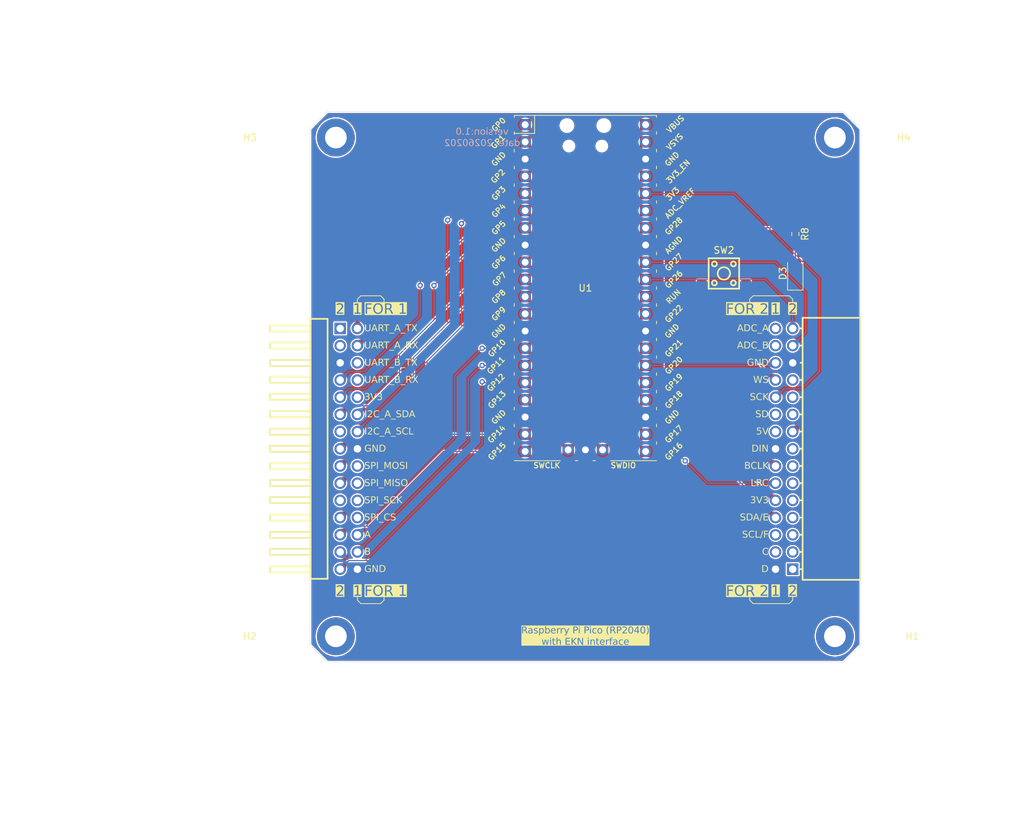
<source format=kicad_pcb>
(kicad_pcb (version 20241229) (generator "pcbnew") (generator_version "9.0")
  (layers (0 "F.Cu" signal) (4 "In1.Cu" signal) (6 "In2.Cu" signal) (2 "B.Cu" signal) (13 "F.Paste" user) (15 "B.Paste" user) (5 "F.SilkS" user "F.Silkscreen") (7 "B.SilkS" user "B.Silkscreen") (1 "F.Mask" user) (3 "B.Mask" user) (25 "Edge.Cuts" user))
  (property "COMMIT_DATE_LONG" "YYYY-MM-DD HH:MM:SS TZ")
  (property "COMMIT_HASH" "deadbeef")
  (property "RELEASE_VERSION" "v#.#")
  (net 0 "")
  (net 1 "GND")
  (net 2 "Net-(D3-A)")
  (net 5 "+3V3")
  (net 9 "/ADC_A")
  (net 10 "/ADC_B")
  (net 11 "+5V")
  (net 12 "/GPIO10")
  (net 13 "/GPIO12")
  (net 14 "/GPIO2")
  (net 15 "/GPIO0")
  (net 16 "/GPIO15")
  (net 17 "/VSYS")
  (net 18 "/GPIO7")
  (net 19 "/GPIO18")
  (net 20 "/GPIO19")
  (net 22 "/GPIO9")
  (net 23 "/GPIO5")
  (net 24 "/GPIO4")
  (net 25 "/GPIO22")
  (net 26 "/GPIO17")
  (net 27 "/GPIO14")
  (net 28 "/GPIO20")
  (net 29 "/GPIO21")
  (net 30 "/GPIO3")
  (net 31 "/GPIO28_ADC2")
  (net 32 "/ADC_VREF")
  (net 34 "/GPIO11")
  (net 35 "/RUN")
  (net 36 "/GPIO8")
  (net 37 "/GPIO16")
  (net 38 "/GPIO13")
  (net 39 "/3V3_EN")
  (net 40 "/GPIO1")
  (net 41 "/GPIO6")
  (footprint "MountingHole:MountingHole_3.2mm_M3_DIN965_Pad" (layer "F.Cu") (at 135.89 116.84)
    (property "Reference" "H1" (at 11.43 0 0) (layer "F.SilkS"))
    (property "Value" "MountHole")
    (pad "1" thru_hole circle (at 0 0) (size 5.6 5.6) (drill 3.2) (layers "*.Cu" "*.Mask"))
  )
  (footprint "MountingHole:MountingHole_3.2mm_M3_DIN965_Pad" (layer "F.Cu") (at 62.23 116.84)
    (property "Reference" "H2" (at -12.7 0 0) (layer "F.SilkS"))
    (property "Value" "MountHole")
    (pad "1" thru_hole circle (at 0 0) (size 5.6 5.6) (drill 3.2) (layers "*.Cu" "*.Mask"))
  )
  (footprint "MountingHole:MountingHole_3.2mm_M3_DIN965_Pad" (layer "F.Cu") (at 135.89 43.18)
    (property "Reference" "H4" (at 10.16 0 0) (layer "F.SilkS"))
    (property "Value" "MountHole")
    (pad "1" thru_hole circle (at 0 0) (size 5.6 5.6) (drill 3.2) (layers "*.Cu" "*.Mask"))
  )
  (footprint "LED_SMD:LED_1206_3216Metric_Pad1.42x1.75mm_HandSolder" (layer "F.Cu") (at 130.048 63.246 90)
    (property "Reference" "D3" (at 0 -1.83 90) (layer "F.SilkS"))
    (property "Value" "LED")
    (pad "1" smd roundrect (at -1.4875 0 90) (size 1.425 1.75) (layers "F.Cu" "F.Mask" "F.Paste") (roundrect_rratio 0.175439) (net 1 "GND"))
    (pad "2" smd roundrect (at 1.4875 0 90) (size 1.425 1.75) (layers "F.Cu" "F.Mask" "F.Paste") (roundrect_rratio 0.175439) (net 2 "Net-(D3-A)"))
  )
  (footprint "Resistor_SMD:R_0603_1608Metric_Pad0.98x0.95mm_HandSolder" (layer "F.Cu") (at 130.048 57.4275 -90)
    (property "Reference" "R8" (at 0 -1.43 90) (layer "F.SilkS"))
    (property "Value" "1k")
    (pad "1" smd roundrect (at -0.9125 0 270) (size 0.975 0.95) (layers "F.Cu" "F.Mask" "F.Paste") (net 31 "/GPIO28_ADC2"))
    (pad "2" smd roundrect (at 0.9125 0 270) (size 0.975 0.95) (layers "F.Cu" "F.Mask" "F.Paste") (net 2 "Net-(D3-A)"))
  )
  (footprint "TSC015A03526A:SW-SMD_4P-L4.5-W4.5-P3.00-LS6.8" (layer "F.Cu") (at 119.507 63.246 180)
    (property "Reference" "SW2" (at 0 3.429 0) (layer "F.SilkS"))
    (property "Value" "TSC015A03526A")
    (pad "1" smd rect (at -3.25 -1.5 180) (size 1.4 1.1) (layers "F.Cu" "F.Mask" "F.Paste"))
    (pad "2" smd rect (at 3.25 -1.5 180) (size 1.4 1.1) (layers "F.Cu" "F.Mask" "F.Paste") (net 25 "/GPIO22"))
    (pad "3" smd rect (at -3.25 1.5 180) (size 1.4 1.1) (layers "F.Cu" "F.Mask" "F.Paste") (net 1 "GND"))
    (pad "4" smd rect (at 3.25 1.5 180) (size 1.4 1.1) (layers "F.Cu" "F.Mask" "F.Paste") (net 1 "GND"))
  )
  (footprint "MountingHole:MountingHole_3.2mm_M3_DIN965_Pad" (layer "F.Cu") (at 62.23 43.18)
    (property "Reference" "H3" (at -12.7 0 0) (layer "F.SilkS"))
    (property "Value" "MountHole")
    (pad "1" thru_hole circle (at 0 0) (size 5.6 5.6) (drill 3.2) (layers "*.Cu" "*.Mask"))
  )
  (footprint "MCU_RaspberryPi_and_Boards:RPi_Pico_SMD_TH" (layer "F.Cu") (at 99.06 65.405)
    (property "Reference" "U1" (at 0 0 0) (layer "F.SilkS"))
    (property "Value" "Pico")
    (fp_text user "GP3" (at -12.8 -13.97 45) (layer "F.SilkS") (effects (font (size 0.8 0.8))))
    (fp_text user "GND" (at 12.8 -19.05 45) (layer "F.SilkS") (effects (font (size 0.8 0.8))))
    (fp_text user "3V3" (at 12.9 -13.9 45) (layer "F.SilkS") (effects (font (size 0.8 0.8))))
    (fp_text user "GND" (at -12.8 6.35 45) (layer "F.SilkS") (effects (font (size 0.8 0.8))))
    (fp_text user "GP13" (at -13.054 16.51 45) (layer "F.SilkS") (effects (font (size 0.8 0.8))))
    (fp_text user "GP28" (at 13.054 -9.144 45) (layer "F.SilkS") (effects (font (size 0.8 0.8))))
    (fp_text user "GND" (at -12.8 19.05 45) (layer "F.SilkS") (effects (font (size 0.8 0.8))))
    (fp_text user "GP4" (at -12.8 -11.43 45) (layer "F.SilkS") (effects (font (size 0.8 0.8))))
    (fp_text user "GP17" (at 13.054 21.59 45) (layer "F.SilkS") (effects (font (size 0.8 0.8))))
    (fp_text user "GP26" (at 13.054 -1.27 45) (layer "F.SilkS") (effects (font (size 0.8 0.8))))
    (fp_text user "GND" (at -12.8 -6.35 45) (layer "F.SilkS") (effects (font (size 0.8 0.8))))
    (fp_text user "GP21" (at 13.054 8.9 45) (layer "F.SilkS") (effects (font (size 0.8 0.8))))
    (fp_text user "GP7" (at -12.7 -1.3 45) (layer "F.SilkS") (effects (font (size 0.8 0.8))))
    (fp_text user "AGND" (at 13.054 -6.35 45) (layer "F.SilkS") (effects (font (size 0.8 0.8))))
    (fp_text user "GND" (at 12.8 19.05 45) (layer "F.SilkS") (effects (font (size 0.8 0.8))))
    (fp_text user "SWCLK" (at -5.7 26.2 0) (layer "F.SilkS") (effects (font (size 0.8 0.8))))
    (fp_text user "VBUS" (at 13.3 -24.2 45) (layer "F.SilkS") (effects (font (size 0.8 0.8))))
    (fp_text user "VSYS" (at 13.2 -21.59 45) (layer "F.SilkS") (effects (font (size 0.8 0.8))))
    (fp_text user "3V3_EN" (at 13.7 -17.2 45) (layer "F.SilkS") (effects (font (size 0.8 0.8))))
    (fp_text user "GP5" (at -12.8 -8.89 45) (layer "F.SilkS") (effects (font (size 0.8 0.8))))
    (fp_text user "ADC_VREF" (at 14 -12.5 45) (layer "F.SilkS") (effects (font (size 0.8 0.8))))
    (fp_text user "GP16" (at 13.054 24.13 45) (layer "F.SilkS") (effects (font (size 0.8 0.8))))
    (fp_text user "GND" (at 12.8 6.35 45) (layer "F.SilkS") (effects (font (size 0.8 0.8))))
    (fp_text user "GND" (at -12.8 -19.05 45) (layer "F.SilkS") (effects (font (size 0.8 0.8))))
    (fp_text user "GP9" (at -12.8 3.81 45) (layer "F.SilkS") (effects (font (size 0.8 0.8))))
    (fp_text user "GP14" (at -13.1 21.59 45) (layer "F.SilkS") (effects (font (size 0.8 0.8))))
    (fp_text user "GP1" (at -12.9 -21.6 45) (layer "F.SilkS") (effects (font (size 0.8 0.8))))
    (fp_text user "GP27" (at 13.054 -3.8 45) (layer "F.SilkS") (effects (font (size 0.8 0.8))))
    (fp_text user "RUN" (at 13 1.27 45) (layer "F.SilkS") (effects (font (size 0.8 0.8))))
    (fp_text user "GP19" (at 13.054 13.97 45) (layer "F.SilkS") (effects (font (size 0.8 0.8))))
    (fp_text user "GP6" (at -12.8 -3.81 45) (layer "F.SilkS") (effects (font (size 0.8 0.8))))
    (fp_text user "GP8" (at -12.8 1.27 45) (layer "F.SilkS") (effects (font (size 0.8 0.8))))
    (fp_text user "GP2" (at -12.9 -16.51 45) (layer "F.SilkS") (effects (font (size 0.8 0.8))))
    (fp_text user "GP22" (at 13.054 3.81 45) (layer "F.SilkS") (effects (font (size 0.8 0.8))))
    (fp_text user "SWDIO" (at 5.6 26.2 0) (layer "F.SilkS") (effects (font (size 0.8 0.8))))
    (fp_text user "GP12" (at -13.2 13.97 45) (layer "F.SilkS") (effects (font (size 0.8 0.8))))
    (fp_text user "GP11" (at -13.2 11.43 45) (layer "F.SilkS") (effects (font (size 0.8 0.8))))
    (fp_text user "GP15" (at -13.054 24.13 45) (layer "F.SilkS") (effects (font (size 0.8 0.8))))
    (fp_text user "GP20" (at 13.054 11.43 45) (layer "F.SilkS") (effects (font (size 0.8 0.8))))
    (fp_text user "GP10" (at -13.054 8.89 45) (layer "F.SilkS") (effects (font (size 0.8 0.8))))
    (fp_text user "GP18" (at 13.054 16.51 45) (layer "F.SilkS") (effects (font (size 0.8 0.8))))
    (fp_text user "GP0" (at -12.8 -24.13 45) (layer "F.SilkS") (effects (font (size 0.8 0.8))))
    (pad "" np_thru_hole oval (at -2.725 -24) (size 1.8 1.8) (drill 1.8) (layers "*.Cu" "*.Mask"))
    (pad "" np_thru_hole oval (at -2.425 -20.97) (size 1.5 1.5) (drill 1.5) (layers "*.Cu" "*.Mask"))
    (pad "" np_thru_hole oval (at 2.425 -20.97) (size 1.5 1.5) (drill 1.5) (layers "*.Cu" "*.Mask"))
    (pad "" np_thru_hole oval (at 2.725 -24) (size 1.8 1.8) (drill 1.8) (layers "*.Cu" "*.Mask"))
    (pad "1" thru_hole oval (at -8.89 -24.13) (size 1.7 1.7) (drill 1.02) (layers "*.Cu" "*.Mask") (net 15 "/GPIO0"))
    (pad "1" smd rect (at -8.89 -24.13) (size 3.5 1.7) (drill (offset -0.9 0)) (layers "F.Cu" "F.Mask") (net 15 "/GPIO0"))
    (pad "2" thru_hole oval (at -8.89 -21.59) (size 1.7 1.7) (drill 1.02) (layers "*.Cu" "*.Mask") (net 40 "/GPIO1"))
    (pad "2" smd rect (at -8.89 -21.59) (size 3.5 1.7) (drill (offset -0.9 0)) (layers "F.Cu" "F.Mask") (net 40 "/GPIO1"))
    (pad "3" thru_hole rect (at -8.89 -19.05) (size 1.7 1.7) (drill 1.02) (layers "*.Cu" "*.Mask") (net 1 "GND"))
    (pad "3" smd rect (at -8.89 -19.05) (size 3.5 1.7) (drill (offset -0.9 0)) (layers "F.Cu" "F.Mask") (net 1 "GND"))
    (pad "4" thru_hole oval (at -8.89 -16.51) (size 1.7 1.7) (drill 1.02) (layers "*.Cu" "*.Mask") (net 14 "/GPIO2"))
    (pad "4" smd rect (at -8.89 -16.51) (size 3.5 1.7) (drill (offset -0.9 0)) (layers "F.Cu" "F.Mask") (net 14 "/GPIO2"))
    (pad "5" thru_hole oval (at -8.89 -13.97) (size 1.7 1.7) (drill 1.02) (layers "*.Cu" "*.Mask") (net 30 "/GPIO3"))
    (pad "5" smd rect (at -8.89 -13.97) (size 3.5 1.7) (drill (offset -0.9 0)) (layers "F.Cu" "F.Mask") (net 30 "/GPIO3"))
    (pad "6" thru_hole oval (at -8.89 -11.43) (size 1.7 1.7) (drill 1.02) (layers "*.Cu" "*.Mask") (net 24 "/GPIO4"))
    (pad "6" smd rect (at -8.89 -11.43) (size 3.5 1.7) (drill (offset -0.9 0)) (layers "F.Cu" "F.Mask") (net 24 "/GPIO4"))
    (pad "7" thru_hole oval (at -8.89 -8.89) (size 1.7 1.7) (drill 1.02) (layers "*.Cu" "*.Mask") (net 23 "/GPIO5"))
    (pad "7" smd rect (at -8.89 -8.89) (size 3.5 1.7) (drill (offset -0.9 0)) (layers "F.Cu" "F.Mask") (net 23 "/GPIO5"))
    (pad "8" thru_hole rect (at -8.89 -6.35) (size 1.7 1.7) (drill 1.02) (layers "*.Cu" "*.Mask") (net 1 "GND"))
    (pad "8" smd rect (at -8.89 -6.35) (size 3.5 1.7) (drill (offset -0.9 0)) (layers "F.Cu" "F.Mask") (net 1 "GND"))
    (pad "9" thru_hole oval (at -8.89 -3.81) (size 1.7 1.7) (drill 1.02) (layers "*.Cu" "*.Mask") (net 41 "/GPIO6"))
    (pad "9" smd rect (at -8.89 -3.81) (size 3.5 1.7) (drill (offset -0.9 0)) (layers "F.Cu" "F.Mask") (net 41 "/GPIO6"))
    (pad "10" thru_hole oval (at -8.89 -1.27) (size 1.7 1.7) (drill 1.02) (layers "*.Cu" "*.Mask") (net 18 "/GPIO7"))
    (pad "10" smd rect (at -8.89 -1.27) (size 3.5 1.7) (drill (offset -0.9 0)) (layers "F.Cu" "F.Mask") (net 18 "/GPIO7"))
    (pad "11" thru_hole oval (at -8.89 1.27) (size 1.7 1.7) (drill 1.02) (layers "*.Cu" "*.Mask") (net 36 "/GPIO8"))
    (pad "11" smd rect (at -8.89 1.27) (size 3.5 1.7) (drill (offset -0.9 0)) (layers "F.Cu" "F.Mask") (net 36 "/GPIO8"))
    (pad "12" thru_hole oval (at -8.89 3.81) (size 1.7 1.7) (drill 1.02) (layers "*.Cu" "*.Mask") (net 22 "/GPIO9"))
    (pad "12" smd rect (at -8.89 3.81) (size 3.5 1.7) (drill (offset -0.9 0)) (layers "F.Cu" "F.Mask") (net 22 "/GPIO9"))
    (pad "13" thru_hole rect (at -8.89 6.35) (size 1.7 1.7) (drill 1.02) (layers "*.Cu" "*.Mask") (net 1 "GND"))
    (pad "13" smd rect (at -8.89 6.35) (size 3.5 1.7) (drill (offset -0.9 0)) (layers "F.Cu" "F.Mask") (net 1 "GND"))
    (pad "14" thru_hole oval (at -8.89 8.89) (size 1.7 1.7) (drill 1.02) (layers "*.Cu" "*.Mask") (net 12 "/GPIO10"))
    (pad "14" smd rect (at -8.89 8.89) (size 3.5 1.7) (drill (offset -0.9 0)) (layers "F.Cu" "F.Mask") (net 12 "/GPIO10"))
    (pad "15" thru_hole oval (at -8.89 11.43) (size 1.7 1.7) (drill 1.02) (layers "*.Cu" "*.Mask") (net 34 "/GPIO11"))
    (pad "15" smd rect (at -8.89 11.43) (size 3.5 1.7) (drill (offset -0.9 0)) (layers "F.Cu" "F.Mask") (net 34 "/GPIO11"))
    (pad "16" thru_hole oval (at -8.89 13.97) (size 1.7 1.7) (drill 1.02) (layers "*.Cu" "*.Mask") (net 13 "/GPIO12"))
    (pad "16" smd rect (at -8.89 13.97) (size 3.5 1.7) (drill (offset -0.9 0)) (layers "F.Cu" "F.Mask") (net 13 "/GPIO12"))
    (pad "17" thru_hole oval (at -8.89 16.51) (size 1.7 1.7) (drill 1.02) (layers "*.Cu" "*.Mask") (net 38 "/GPIO13"))
    (pad "17" smd rect (at -8.89 16.51) (size 3.5 1.7) (drill (offset -0.9 0)) (layers "F.Cu" "F.Mask") (net 38 "/GPIO13"))
    (pad "18" thru_hole rect (at -8.89 19.05) (size 1.7 1.7) (drill 1.02) (layers "*.Cu" "*.Mask") (net 1 "GND"))
    (pad "18" smd rect (at -8.89 19.05) (size 3.5 1.7) (drill (offset -0.9 0)) (layers "F.Cu" "F.Mask") (net 1 "GND"))
    (pad "19" thru_hole oval (at -8.89 21.59) (size 1.7 1.7) (drill 1.02) (layers "*.Cu" "*.Mask") (net 27 "/GPIO14"))
    (pad "19" smd rect (at -8.89 21.59) (size 3.5 1.7) (drill (offset -0.9 0)) (layers "F.Cu" "F.Mask") (net 27 "/GPIO14"))
    (pad "20" thru_hole oval (at -8.89 24.13) (size 1.7 1.7) (drill 1.02) (layers "*.Cu" "*.Mask") (net 16 "/GPIO15"))
    (pad "20" smd rect (at -8.89 24.13) (size 3.5 1.7) (drill (offset -0.9 0)) (layers "F.Cu" "F.Mask") (net 16 "/GPIO15"))
    (pad "21" thru_hole oval (at 8.89 24.13) (size 1.7 1.7) (drill 1.02) (layers "*.Cu" "*.Mask") (net 37 "/GPIO16"))
    (pad "21" smd rect (at 8.89 24.13) (size 3.5 1.7) (drill (offset 0.9 0)) (layers "F.Cu" "F.Mask") (net 37 "/GPIO16"))
    (pad "22" thru_hole oval (at 8.89 21.59) (size 1.7 1.7) (drill 1.02) (layers "*.Cu" "*.Mask") (net 26 "/GPIO17"))
    (pad "22" smd rect (at 8.89 21.59) (size 3.5 1.7) (drill (offset 0.9 0)) (layers "F.Cu" "F.Mask") (net 26 "/GPIO17"))
    (pad "23" thru_hole rect (at 8.89 19.05) (size 1.7 1.7) (drill 1.02) (layers "*.Cu" "*.Mask") (net 1 "GND"))
    (pad "23" smd rect (at 8.89 19.05) (size 3.5 1.7) (drill (offset 0.9 0)) (layers "F.Cu" "F.Mask") (net 1 "GND"))
    (pad "24" thru_hole oval (at 8.89 16.51) (size 1.7 1.7) (drill 1.02) (layers "*.Cu" "*.Mask") (net 19 "/GPIO18"))
    (pad "24" smd rect (at 8.89 16.51) (size 3.5 1.7) (drill (offset 0.9 0)) (layers "F.Cu" "F.Mask") (net 19 "/GPIO18"))
    (pad "25" thru_hole oval (at 8.89 13.97) (size 1.7 1.7) (drill 1.02) (layers "*.Cu" "*.Mask") (net 20 "/GPIO19"))
    (pad "25" smd rect (at 8.89 13.97) (size 3.5 1.7) (drill (offset 0.9 0)) (layers "F.Cu" "F.Mask") (net 20 "/GPIO19"))
    (pad "26" thru_hole oval (at 8.89 11.43) (size 1.7 1.7) (drill 1.02) (layers "*.Cu" "*.Mask") (net 28 "/GPIO20"))
    (pad "26" smd rect (at 8.89 11.43) (size 3.5 1.7) (drill (offset 0.9 0)) (layers "F.Cu" "F.Mask") (net 28 "/GPIO20"))
    (pad "27" thru_hole oval (at 8.89 8.89) (size 1.7 1.7) (drill 1.02) (layers "*.Cu" "*.Mask") (net 29 "/GPIO21"))
    (pad "27" smd rect (at 8.89 8.89) (size 3.5 1.7) (drill (offset 0.9 0)) (layers "F.Cu" "F.Mask") (net 29 "/GPIO21"))
    (pad "28" thru_hole rect (at 8.89 6.35) (size 1.7 1.7) (drill 1.02) (layers "*.Cu" "*.Mask") (net 1 "GND"))
    (pad "28" smd rect (at 8.89 6.35) (size 3.5 1.7) (drill (offset 0.9 0)) (layers "F.Cu" "F.Mask") (net 1 "GND"))
    (pad "29" thru_hole oval (at 8.89 3.81) (size 1.7 1.7) (drill 1.02) (layers "*.Cu" "*.Mask") (net 25 "/GPIO22"))
    (pad "29" smd rect (at 8.89 3.81) (size 3.5 1.7) (drill (offset 0.9 0)) (layers "F.Cu" "F.Mask") (net 25 "/GPIO22"))
    (pad "30" thru_hole oval (at 8.89 1.27) (size 1.7 1.7) (drill 1.02) (layers "*.Cu" "*.Mask") (net 35 "/RUN"))
    (pad "30" smd rect (at 8.89 1.27) (size 3.5 1.7) (drill (offset 0.9 0)) (layers "F.Cu" "F.Mask") (net 35 "/RUN"))
    (pad "31" thru_hole oval (at 8.89 -1.27) (size 1.7 1.7) (drill 1.02) (layers "*.Cu" "*.Mask") (net 9 "/ADC_A"))
    (pad "31" smd rect (at 8.89 -1.27) (size 3.5 1.7) (drill (offset 0.9 0)) (layers "F.Cu" "F.Mask") (net 9 "/ADC_A"))
    (pad "32" thru_hole oval (at 8.89 -3.81) (size 1.7 1.7) (drill 1.02) (layers "*.Cu" "*.Mask") (net 10 "/ADC_B"))
    (pad "32" smd rect (at 8.89 -3.81) (size 3.5 1.7) (drill (offset 0.9 0)) (layers "F.Cu" "F.Mask") (net 10 "/ADC_B"))
    (pad "33" thru_hole rect (at 8.89 -6.35) (size 1.7 1.7) (drill 1.02) (layers "*.Cu" "*.Mask") (net 1 "GND"))
    (pad "33" smd rect (at 8.89 -6.35) (size 3.5 1.7) (drill (offset 0.9 0)) (layers "F.Cu" "F.Mask") (net 1 "GND"))
    (pad "34" thru_hole oval (at 8.89 -8.89) (size 1.7 1.7) (drill 1.02) (layers "*.Cu" "*.Mask") (net 31 "/GPIO28_ADC2"))
    (pad "34" smd rect (at 8.89 -8.89) (size 3.5 1.7) (drill (offset 0.9 0)) (layers "F.Cu" "F.Mask") (net 31 "/GPIO28_ADC2"))
    (pad "35" thru_hole oval (at 8.89 -11.43) (size 1.7 1.7) (drill 1.02) (layers "*.Cu" "*.Mask") (net 32 "/ADC_VREF"))
    (pad "35" smd rect (at 8.89 -11.43) (size 3.5 1.7) (drill (offset 0.9 0)) (layers "F.Cu" "F.Mask") (net 32 "/ADC_VREF"))
    (pad "36" thru_hole oval (at 8.89 -13.97) (size 1.7 1.7) (drill 1.02) (layers "*.Cu" "*.Mask") (net 5 "+3V3"))
    (pad "36" smd rect (at 8.89 -13.97) (size 3.5 1.7) (drill (offset 0.9 0)) (layers "F.Cu" "F.Mask") (net 5 "+3V3"))
    (pad "37" thru_hole oval (at 8.89 -16.51) (size 1.7 1.7) (drill 1.02) (layers "*.Cu" "*.Mask") (net 39 "/3V3_EN"))
    (pad "37" smd rect (at 8.89 -16.51) (size 3.5 1.7) (drill (offset 0.9 0)) (layers "F.Cu" "F.Mask") (net 39 "/3V3_EN"))
    (pad "38" thru_hole rect (at 8.89 -19.05) (size 1.7 1.7) (drill 1.02) (layers "*.Cu" "*.Mask") (net 1 "GND"))
    (pad "38" smd rect (at 8.89 -19.05) (size 3.5 1.7) (drill (offset 0.9 0)) (layers "F.Cu" "F.Mask") (net 1 "GND"))
    (pad "39" thru_hole oval (at 8.89 -21.59) (size 1.7 1.7) (drill 1.02) (layers "*.Cu" "*.Mask") (net 17 "/VSYS"))
    (pad "39" smd rect (at 8.89 -21.59) (size 3.5 1.7) (drill (offset 0.9 0)) (layers "F.Cu" "F.Mask") (net 17 "/VSYS"))
    (pad "40" thru_hole oval (at 8.89 -24.13) (size 1.7 1.7) (drill 1.02) (layers "*.Cu" "*.Mask") (net 11 "+5V"))
    (pad "40" smd rect (at 8.89 -24.13) (size 3.5 1.7) (drill (offset 0.9 0)) (layers "F.Cu" "F.Mask") (net 11 "+5V"))
    (pad "41" thru_hole oval (at -2.54 23.9) (size 1.7 1.7) (drill 1.02) (layers "*.Cu" "*.Mask"))
    (pad "41" smd rect (at -2.54 23.9 90) (size 3.5 1.7) (drill (offset -0.9 0)) (layers "F.Cu" "F.Mask"))
    (pad "42" thru_hole rect (at 0 23.9) (size 1.7 1.7) (drill 1.02) (layers "*.Cu" "*.Mask") (net 1 "GND"))
    (pad "42" smd rect (at 0 23.9 90) (size 3.5 1.7) (drill (offset -0.9 0)) (layers "F.Cu" "F.Mask") (net 1 "GND"))
    (pad "43" thru_hole oval (at 2.54 23.9) (size 1.7 1.7) (drill 1.02) (layers "*.Cu" "*.Mask"))
    (pad "43" smd rect (at 2.54 23.9 90) (size 3.5 1.7) (drill (offset -0.9 0)) (layers "F.Cu" "F.Mask"))
  )
  (footprint "XDZ254-2-15-W-2.5-G1:HDR-TH_30P-P2.54-H-M-R2-C15-S2.54-N" (layer "F.Cu") (at 64.135 89.154 -90)
    (property "Reference" "U3" (hide yes))
    (property "Value" "XDZ254-2-15-W-2.5-G1")
    (pad "1" thru_hole rect (at -17.78 1.27 270) (size 1.7 1.7) (drill 1.100023) (layers "*.Cu" "*.Mask") (net 9 "/ADC_A"))
    (pad "2" thru_hole circle (at -17.78 -1.27 270) (size 1.7 1.7) (drill 1.100023) (layers "*.Cu" "*.Mask") (net 15 "/GPIO0"))
    (pad "3" thru_hole circle (at -15.24 1.27 270) (size 1.7 1.7) (drill 1.100023) (layers "*.Cu" "*.Mask") (net 10 "/ADC_B"))
    (pad "4" thru_hole circle (at -15.24 -1.27 270) (size 1.7 1.7) (drill 1.100023) (layers "*.Cu" "*.Mask") (net 40 "/GPIO1"))
    (pad "5" thru_hole circle (at -12.7 1.27 270) (size 1.7 1.7) (drill 1.100023) (layers "*.Cu" "*.Mask") (net 1 "GND"))
    (pad "6" thru_hole circle (at -12.7 -1.27 270) (size 1.7 1.7) (drill 1.100023) (layers "*.Cu" "*.Mask") (net 28 "/GPIO20"))
    (pad "7" thru_hole circle (at -10.16 1.27 270) (size 1.7 1.7) (drill 1.100023) (layers "*.Cu" "*.Mask") (net 24 "/GPIO4"))
    (pad "8" thru_hole circle (at -10.16 -1.27 270) (size 1.7 1.7) (drill 1.100023) (layers "*.Cu" "*.Mask") (net 29 "/GPIO21"))
    (pad "9" thru_hole circle (at -7.62 1.27 270) (size 1.7 1.7) (drill 1.100023) (layers "*.Cu" "*.Mask") (net 23 "/GPIO5"))
    (pad "10" thru_hole circle (at -7.62 -1.27 270) (size 1.7 1.7) (drill 1.100023) (layers "*.Cu" "*.Mask") (net 5 "+3V3"))
    (pad "11" thru_hole circle (at -5.08 1.27 270) (size 1.7 1.7) (drill 1.100023) (layers "*.Cu" "*.Mask") (net 41 "/GPIO6"))
    (pad "12" thru_hole circle (at -5.08 -1.27 270) (size 1.7 1.7) (drill 1.100023) (layers "*.Cu" "*.Mask") (net 14 "/GPIO2"))
    (pad "13" thru_hole circle (at -2.54 1.27 270) (size 1.7 1.7) (drill 1.100023) (layers "*.Cu" "*.Mask") (net 11 "+5V"))
    (pad "14" thru_hole circle (at -2.54 -1.27 270) (size 1.7 1.7) (drill 1.100023) (layers "*.Cu" "*.Mask") (net 30 "/GPIO3"))
    (pad "15" thru_hole circle (at 0 1.27 270) (size 1.7 1.7) (drill 1.100023) (layers "*.Cu" "*.Mask") (net 18 "/GPIO7"))
    (pad "16" thru_hole circle (at 0 -1.27 270) (size 1.7 1.7) (drill 1.100023) (layers "*.Cu" "*.Mask") (net 1 "GND"))
    (pad "17" thru_hole circle (at 2.54 1.27 270) (size 1.7 1.7) (drill 1.100023) (layers "*.Cu" "*.Mask") (net 36 "/GPIO8"))
    (pad "18" thru_hole circle (at 2.54 -1.27 270) (size 1.7 1.7) (drill 1.100023) (layers "*.Cu" "*.Mask") (net 20 "/GPIO19"))
    (pad "19" thru_hole circle (at 5.08 1.27 270) (size 1.7 1.7) (drill 1.100023) (layers "*.Cu" "*.Mask") (net 22 "/GPIO9"))
    (pad "20" thru_hole circle (at 5.08 -1.27 270) (size 1.7 1.7) (drill 1.100023) (layers "*.Cu" "*.Mask") (net 37 "/GPIO16"))
    (pad "21" thru_hole circle (at 7.62 1.27 270) (size 1.7 1.7) (drill 1.100023) (layers "*.Cu" "*.Mask") (net 5 "+3V3"))
    (pad "22" thru_hole circle (at 7.62 -1.27 270) (size 1.7 1.7) (drill 1.100023) (layers "*.Cu" "*.Mask") (net 19 "/GPIO18"))
    (pad "23" thru_hole circle (at 10.16 1.27 270) (size 1.7 1.7) (drill 1.100023) (layers "*.Cu" "*.Mask") (net 27 "/GPIO14"))
    (pad "24" thru_hole circle (at 10.16 -1.27 270) (size 1.7 1.7) (drill 1.100023) (layers "*.Cu" "*.Mask") (net 26 "/GPIO17"))
    (pad "25" thru_hole circle (at 12.7 1.27 270) (size 1.7 1.7) (drill 1.100023) (layers "*.Cu" "*.Mask") (net 16 "/GPIO15"))
    (pad "26" thru_hole circle (at 12.7 -1.27 270) (size 1.7 1.7) (drill 1.100023) (layers "*.Cu" "*.Mask") (net 12 "/GPIO10"))
    (pad "27" thru_hole circle (at 15.24 1.27 270) (size 1.7 1.7) (drill 1.100023) (layers "*.Cu" "*.Mask") (net 13 "/GPIO12"))
    (pad "28" thru_hole circle (at 15.24 -1.27 270) (size 1.7 1.7) (drill 1.100023) (layers "*.Cu" "*.Mask") (net 34 "/GPIO11"))
    (pad "29" thru_hole circle (at 17.78 1.27 270) (size 1.7 1.7) (drill 1.100023) (layers "*.Cu" "*.Mask") (net 38 "/GPIO13"))
    (pad "30" thru_hole circle (at 17.78 -1.27 270) (size 1.7 1.7) (drill 1.100023) (layers "*.Cu" "*.Mask") (net 1 "GND"))
  )
  (footprint "PM254-2-15-W-8.5:HDR-TH_30P-P2.54-H-F-R2-C15-W8.5" (layer "F.Cu") (at 128.397 89.154 90)
    (property "Reference" "U5" (hide yes))
    (property "Value" "PM254-2-15-W-8.5")
    (pad "1" thru_hole rect (at -17.78 1.27 90) (size 1.7 1.7) (drill 1.100023) (layers "*.Cu" "*.Mask") (net 38 "/GPIO13"))
    (pad "2" thru_hole circle (at -17.78 -1.27 90) (size 1.7 1.7) (drill 1.100023) (layers "*.Cu" "*.Mask") (net 1 "GND"))
    (pad "3" thru_hole circle (at -15.24 1.27 90) (size 1.7 1.7) (drill 1.100023) (layers "*.Cu" "*.Mask") (net 13 "/GPIO12"))
    (pad "4" thru_hole circle (at -15.24 -1.27 90) (size 1.7 1.7) (drill 1.100023) (layers "*.Cu" "*.Mask") (net 34 "/GPIO11"))
    (pad "5" thru_hole circle (at -12.7 1.27 90) (size 1.7 1.7) (drill 1.100023) (layers "*.Cu" "*.Mask") (net 16 "/GPIO15"))
    (pad "6" thru_hole circle (at -12.7 -1.27 90) (size 1.7 1.7) (drill 1.100023) (layers "*.Cu" "*.Mask") (net 12 "/GPIO10"))
    (pad "7" thru_hole circle (at -10.16 1.27 90) (size 1.7 1.7) (drill 1.100023) (layers "*.Cu" "*.Mask") (net 27 "/GPIO14"))
    (pad "8" thru_hole circle (at -10.16 -1.27 90) (size 1.7 1.7) (drill 1.100023) (layers "*.Cu" "*.Mask") (net 26 "/GPIO17"))
    (pad "9" thru_hole circle (at -7.62 1.27 90) (size 1.7 1.7) (drill 1.100023) (layers "*.Cu" "*.Mask") (net 5 "+3V3"))
    (pad "10" thru_hole circle (at -7.62 -1.27 90) (size 1.7 1.7) (drill 1.100023) (layers "*.Cu" "*.Mask") (net 19 "/GPIO18"))
    (pad "11" thru_hole circle (at -5.08 1.27 90) (size 1.7 1.7) (drill 1.100023) (layers "*.Cu" "*.Mask") (net 22 "/GPIO9"))
    (pad "12" thru_hole circle (at -5.08 -1.27 90) (size 1.7 1.7) (drill 1.100023) (layers "*.Cu" "*.Mask") (net 37 "/GPIO16"))
    (pad "13" thru_hole circle (at -2.54 1.27 90) (size 1.7 1.7) (drill 1.100023) (layers "*.Cu" "*.Mask") (net 36 "/GPIO8"))
    (pad "14" thru_hole circle (at -2.54 -1.27 90) (size 1.7 1.7) (drill 1.100023) (layers "*.Cu" "*.Mask") (net 20 "/GPIO19"))
    (pad "15" thru_hole circle (at 0 1.27 90) (size 1.7 1.7) (drill 1.100023) (layers "*.Cu" "*.Mask") (net 18 "/GPIO7"))
    (pad "16" thru_hole circle (at 0 -1.27 90) (size 1.7 1.7) (drill 1.100023) (layers "*.Cu" "*.Mask") (net 1 "GND"))
    (pad "17" thru_hole circle (at 2.54 1.27 90) (size 1.7 1.7) (drill 1.100023) (layers "*.Cu" "*.Mask") (net 11 "+5V"))
    (pad "18" thru_hole circle (at 2.54 -1.27 90) (size 1.7 1.7) (drill 1.100023) (layers "*.Cu" "*.Mask") (net 30 "/GPIO3"))
    (pad "19" thru_hole circle (at 5.08 1.27 90) (size 1.7 1.7) (drill 1.100023) (layers "*.Cu" "*.Mask") (net 41 "/GPIO6"))
    (pad "20" thru_hole circle (at 5.08 -1.27 90) (size 1.7 1.7) (drill 1.100023) (layers "*.Cu" "*.Mask") (net 14 "/GPIO2"))
    (pad "21" thru_hole circle (at 7.62 1.27 90) (size 1.7 1.7) (drill 1.100023) (layers "*.Cu" "*.Mask") (net 23 "/GPIO5"))
    (pad "22" thru_hole circle (at 7.62 -1.27 90) (size 1.7 1.7) (drill 1.100023) (layers "*.Cu" "*.Mask") (net 5 "+3V3"))
    (pad "23" thru_hole circle (at 10.16 1.27 90) (size 1.7 1.7) (drill 1.100023) (layers "*.Cu" "*.Mask") (net 24 "/GPIO4"))
    (pad "24" thru_hole circle (at 10.16 -1.27 90) (size 1.7 1.7) (drill 1.100023) (layers "*.Cu" "*.Mask") (net 29 "/GPIO21"))
    (pad "25" thru_hole circle (at 12.7 1.27 90) (size 1.7 1.7) (drill 1.100023) (layers "*.Cu" "*.Mask") (net 1 "GND"))
    (pad "26" thru_hole circle (at 12.7 -1.27 90) (size 1.7 1.7) (drill 1.100023) (layers "*.Cu" "*.Mask") (net 28 "/GPIO20"))
    (pad "27" thru_hole circle (at 15.24 1.27 90) (size 1.7 1.7) (drill 1.100023) (layers "*.Cu" "*.Mask") (net 10 "/ADC_B"))
    (pad "28" thru_hole circle (at 15.24 -1.27 90) (size 1.7 1.7) (drill 1.100023) (layers "*.Cu" "*.Mask") (net 40 "/GPIO1"))
    (pad "29" thru_hole circle (at 17.78 1.27 90) (size 1.7 1.7) (drill 1.100023) (layers "*.Cu" "*.Mask") (net 9 "/ADC_A"))
    (pad "30" thru_hole circle (at 17.78 -1.27 90) (size 1.7 1.7) (drill 1.100023) (layers "*.Cu" "*.Mask") (net 15 "/GPIO0"))
  )
  (gr_line (start 129.159 112.014) (end 123.825 112.014) (stroke (width 0.12)) (layer "F.SilkS"))
  (gr_line (start 129.667 111.506) (end 129.159 112.014) (stroke (width 0.12)) (layer "F.SilkS"))
  (gr_line (start 65.913 66.548) (end 68.834 66.548) (stroke (width 0.12)) (layer "F.SilkS"))
  (gr_line (start 123.317 111.506) (end 123.317 110.998) (stroke (width 0.12)) (layer "F.SilkS"))
  (gr_line (start 69.342 110.998) (end 69.342 111.506) (stroke (width 0.12)) (layer "F.SilkS"))
  (gr_line (start 68.834 66.548) (end 69.342 67.056) (stroke (width 0.12)) (layer "F.SilkS"))
  (gr_line (start 123.317 67.056) (end 123.825 66.548) (stroke (width 0.12)) (layer "F.SilkS"))
  (gr_line (start 69.342 67.056) (end 69.342 67.564) (stroke (width 0.12)) (layer "F.SilkS"))
  (gr_line (start 123.317 67.564) (end 123.317 67.056) (stroke (width 0.12)) (layer "F.SilkS"))
  (gr_line (start 129.667 67.056) (end 129.667 67.564) (stroke (width 0.12)) (layer "F.SilkS"))
  (gr_line (start 123.825 66.548) (end 129.159 66.548) (stroke (width 0.12)) (layer "F.SilkS"))
  (gr_line (start 65.405 111.506) (end 65.405 110.998) (stroke (width 0.12)) (layer "F.SilkS"))
  (gr_line (start 65.405 67.564) (end 65.405 67.056) (stroke (width 0.12)) (layer "F.SilkS"))
  (gr_line (start 65.913 112.014) (end 65.405 111.506) (stroke (width 0.12)) (layer "F.SilkS"))
  (gr_line (start 65.405 67.056) (end 65.913 66.548) (stroke (width 0.12)) (layer "F.SilkS"))
  (gr_line (start 129.667 110.998) (end 129.667 111.506) (stroke (width 0.12)) (layer "F.SilkS"))
  (gr_line (start 129.159 66.548) (end 129.667 67.056) (stroke (width 0.12)) (layer "F.SilkS"))
  (gr_line (start 123.825 112.014) (end 123.317 111.506) (stroke (width 0.12)) (layer "F.SilkS"))
  (gr_line (start 68.834 112.014) (end 65.913 112.014) (stroke (width 0.12)) (layer "F.SilkS"))
  (gr_line (start 69.342 111.506) (end 68.834 112.014) (stroke (width 0.12)) (layer "F.SilkS"))
  (gr_line (start 139.7 118.11) (end 139.7 41.91) (stroke (width 0.05)) (layer "Edge.Cuts"))
  (gr_line (start 137.16 39.37) (end 139.7 41.91) (stroke (width 0.05)) (layer "Edge.Cuts"))
  (gr_line (start 58.42 41.91) (end 58.42 118.11) (stroke (width 0.05)) (layer "Edge.Cuts"))
  (gr_line (start 60.96 39.37) (end 58.42 41.91) (stroke (width 0.05)) (layer "Edge.Cuts"))
  (gr_line (start 58.42 118.11) (end 60.96 120.65) (stroke (width 0.05)) (layer "Edge.Cuts"))
  (gr_line (start 60.96 39.37) (end 137.16 39.37) (stroke (width 0.05)) (layer "Edge.Cuts"))
  (gr_line (start 139.7 118.11) (end 137.16 120.65) (stroke (width 0.05)) (layer "Edge.Cuts"))
  (gr_line (start 60.96 120.65) (end 137.16 120.65) (stroke (width 0.05)) (layer "Edge.Cuts"))
  (gr_text "1" (at 127.127 110.236 0) (layer "F.SilkS" knockout) (effects (font (size 1.5 1.5))))
  (gr_text "I2C_A_SCL" (at 66.421 86.614 0) (layer "F.SilkS") (effects (font (size 1 1)) (justify left)))
  (gr_text "FOR 1" (at 66.421 110.236 0) (layer "F.SilkS" knockout) (effects (font (size 1.5 1.5)) (justify left)))
  (gr_text "B" (at 66.421 104.394 0) (layer "F.SilkS") (effects (font (size 1 1)) (justify left)))
  (gr_text "FOR 2" (at 126.111 68.58 0) (layer "F.SilkS" knockout) (effects (font (size 1.5 1.5)) (justify right)))
  (gr_text "GND" (at 66.421 106.934 0) (layer "F.SilkS") (effects (font (size 1 1)) (justify left)))
  (gr_text "1" (at 65.405 68.58 0) (layer "F.SilkS" knockout) (effects (font (size 1.5 1.5))))
  (gr_text "SDA/E" (at 126.111 99.314 0) (layer "F.SilkS") (effects (font (size 1 1)) (justify right)))
  (gr_text "FOR 2" (at 126.111 110.236 0) (layer "F.SilkS" knockout) (effects (font (size 1.5 1.5)) (justify right)))
  (gr_text "SPI_CS" (at 66.421 99.314 0) (layer "F.SilkS") (effects (font (size 1 1)) (justify left)))
  (gr_text "D" (at 126.111 106.934 0) (layer "F.SilkS") (effects (font (size 1 1)) (justify right)))
  (gr_text "SPI_SCK" (at 66.421 96.774 0) (layer "F.SilkS") (effects (font (size 1 1)) (justify left)))
  (gr_text "2" (at 62.865 110.236 0) (layer "F.SilkS" knockout) (effects (font (size 1.5 1.5))))
  (gr_text "2" (at 129.667 68.58 0) (layer "F.SilkS" knockout) (effects (font (size 1.5 1.5))))
  (gr_text "SCK" (at 126.111 81.534 0) (layer "F.SilkS") (effects (font (size 1 1)) (justify right)))
  (gr_text "UART_B_TX" (at 66.421 76.454 0) (layer "F.SilkS") (effects (font (size 1 1)) (justify left)))
  (gr_text "GND" (at 66.421 89.154 0) (layer "F.SilkS") (effects (font (size 1 1)) (justify left)))
  (gr_text "1" (at 127.127 68.58 0) (layer "F.SilkS" knockout) (effects (font (size 1.5 1.5))))
  (gr_text "2" (at 129.667 110.236 0) (layer "F.SilkS" knockout) (effects (font (size 1.5 1.5))))
  (gr_text "3V3" (at 126.111 96.774 0) (layer "F.SilkS") (effects (font (size 1 1)) (justify right)))
  (gr_text "2" (at 62.865 68.58 0) (layer "F.SilkS" knockout) (effects (font (size 1.5 1.5))))
  (gr_text "SPI_MISO" (at 66.421 94.234 0) (layer "F.SilkS") (effects (font (size 1 1)) (justify left)))
  (gr_text "ADC_B\n" (at 126.111 73.914 0) (layer "F.SilkS") (effects (font (size 1 1)) (justify right)))
  (gr_text "SCL/F" (at 126.111 101.854 0) (layer "F.SilkS") (effects (font (size 1 1)) (justify right)))
  (gr_text "C" (at 126.111 104.394 0) (layer "F.SilkS") (effects (font (size 1 1)) (justify right)))
  (gr_text "ADC_A" (at 126.111 71.374 0) (layer "F.SilkS") (effects (font (size 1 1)) (justify right)))
  (gr_text "UART_A_TX" (at 66.421 71.374 0) (layer "F.SilkS") (effects (font (size 1 1)) (justify left)))
  (gr_text "BCLK" (at 126.111 91.694 0) (layer "F.SilkS") (effects (font (size 1 1)) (justify right)))
  (gr_text "3V3" (at 66.421 81.534 0) (layer "F.SilkS") (effects (font (size 1 1)) (justify left)))
  (gr_text "DIN" (at 126.111 89.154 0) (layer "F.SilkS") (effects (font (size 1 1)) (justify right)))
  (gr_text "WS" (at 126.111 78.994 0) (layer "F.SilkS") (effects (font (size 1 1)) (justify right)))
  (gr_text "A" (at 66.421 101.854 0) (layer "F.SilkS") (effects (font (size 1 1)) (justify left)))
  (gr_text "Raspberry Pi Pico (RP2040)\nwith EKN interface" (at 99.06 116.84 0) (layer "F.SilkS" knockout) (effects (font (size 1 1))))
  (gr_text "SD" (at 126.111 84.074 0) (layer "F.SilkS") (effects (font (size 1 1)) (justify right)))
  (gr_text "LRC" (at 126.111 94.234 0) (layer "F.SilkS") (effects (font (size 1 1)) (justify right)))
  (gr_text "UART_A_RX" (at 66.421 73.914 0) (layer "F.SilkS") (effects (font (size 1 1)) (justify left)))
  (gr_text "I2C_A_SDA" (at 66.421 84.074 0) (layer "F.SilkS") (effects (font (size 1 1)) (justify left)))
  (gr_text "5V" (at 126.111 86.614 0) (layer "F.SilkS") (effects (font (size 1 1)) (justify right)))
  (gr_text "FOR 1" (at 66.421 68.58 0) (layer "F.SilkS" knockout) (effects (font (size 1.5 1.5)) (justify left)))
  (gr_text "UART_B_RX" (at 66.421 78.994 0) (layer "F.SilkS") (effects (font (size 1 1)) (justify left)))
  (gr_text "1" (at 65.405 110.236 0) (layer "F.SilkS" knockout) (effects (font (size 1.5 1.5))))
  (gr_text "GND" (at 126.111 76.454 0) (layer "F.SilkS") (effects (font (size 1 1)) (justify right)))
  (gr_text "SPI_MOSI" (at 66.421 91.694 0) (layer "F.SilkS") (effects (font (size 1 1)) (justify left)))
  (gr_text "version:1.0\ndate: 20260202" (at 83.82 43.18 0) (layer "B.SilkS") (effects (font (size 1 1)) (justify mirror)))
  (segment (start 85.217 59.055) (end 69.088 75.184) (width 0.15) (layer "F.Cu") (net 1))
  (segment (start 90.17 59.055) (end 85.217 59.055) (width 0.15) (layer "F.Cu") (net 1))
  (segment (start 69.088 75.184) (end 64.135 75.184) (width 0.15) (layer "F.Cu") (net 1))
  (segment (start 64.135 75.184) (end 62.865 76.454) (width 0.15) (layer "F.Cu") (net 1))
  (segment (start 130.048 61.7585) (end 130.048 58.34) (width 0.15) (layer "F.Cu") (net 2))
  (segment (start 130.0715 61.735) (end 130.048 61.7585) (width 0.15) (layer "F.Cu") (net 2))
  (segment (start 128.397 80.264) (end 127.127 81.534) (width 0.15) (layer "B.Cu") (net 5))
  (segment (start 133.604 64.008) (end 133.604 77.724) (width 0.15) (layer "B.Cu") (net 5))
  (segment (start 121.031 51.435) (end 133.604 64.008) (width 0.15) (layer "B.Cu") (net 5))
  (segment (start 107.95 51.435) (end 121.031 51.435) (width 0.15) (layer "B.Cu") (net 5))
  (segment (start 133.604 77.724) (end 131.064 80.264) (width 0.15) (layer "B.Cu") (net 5))
  (segment (start 131.064 80.264) (end 128.397 80.264) (width 0.15) (layer "B.Cu") (net 5))
  (segment (start 107.95 64.135) (end 125.603 64.135) (width 0.15) (layer "B.Cu") (net 9))
  (segment (start 125.603 64.135) (end 129.667 68.199) (width 0.15) (layer "B.Cu") (net 9))
  (segment (start 129.667 68.199) (end 129.667 71.374) (width 0.15) (layer "B.Cu") (net 9))
  (segment (start 127.127 61.595) (end 131.572 66.04) (width 0.15) (layer "B.Cu") (net 10))
  (segment (start 131.572 72.009) (end 129.667 73.914) (width 0.15) (layer "B.Cu") (net 10))
  (segment (start 131.572 66.04) (end 131.572 72.009) (width 0.15) (layer "B.Cu") (net 10))
  (segment (start 107.95 61.595) (end 127.127 61.595) (width 0.15) (layer "B.Cu") (net 10))
  (segment (start 129.667 86.614) (end 135.636 80.645) (width 0.3) (layer "F.Cu") (net 11))
  (segment (start 135.636 56.642) (end 120.269 41.275) (width 0.3) (layer "F.Cu") (net 11))
  (segment (start 135.636 80.645) (end 135.636 56.642) (width 0.3) (layer "F.Cu") (net 11))
  (segment (start 120.269 41.275) (end 107.95 41.275) (width 0.3) (layer "F.Cu") (net 11))
  (segment (start 83.82 74.295) (end 90.17 74.295) (width 0.15) (layer "F.Cu") (net 12))
  (via (at 83.82 74.295) (size 0.8) (drill 0.4) (layers "F.Cu" "B.Cu") (net 12))
  (segment (start 83.82 74.295) (end 79.756 78.359) (width 0.15) (layer "B.Cu") (net 12))
  (segment (start 79.756 87.503) (end 65.405 101.854) (width 0.15) (layer "B.Cu") (net 12))
  (segment (start 79.756 78.359) (end 79.756 87.503) (width 0.15) (layer "B.Cu") (net 12))
  (segment (start 83.82 79.248) (end 83.947 79.375) (width 0.15) (layer "F.Cu") (net 13))
  (segment (start 62.23 104.394) (end 62.865 104.394) (width 0.15) (layer "F.Cu") (net 13))
  (segment (start 83.947 79.375) (end 90.17 79.375) (width 0.15) (layer "F.Cu") (net 13))
  (via (at 83.82 79.248) (size 0.8) (drill 0.4) (layers "F.Cu" "B.Cu") (net 13))
  (segment (start 83.82 88.392) (end 66.548 105.664) (width 0.15) (layer "B.Cu") (net 13))
  (segment (start 66.548 105.664) (end 64.135 105.664) (width 0.15) (layer "B.Cu") (net 13))
  (segment (start 64.135 105.664) (end 62.865 104.394) (width 0.15) (layer "B.Cu") (net 13))
  (segment (start 83.82 79.248) (end 83.82 88.392) (width 0.15) (layer "B.Cu") (net 13))
  (segment (start 78.74 55.372) (end 85.217 48.895) (width 0.15) (layer "F.Cu") (net 14))
  (segment (start 85.217 48.895) (end 90.17 48.895) (width 0.15) (layer "F.Cu") (net 14))
  (via (at 78.74 55.372) (size 0.8) (drill 0.4) (layers "F.Cu" "B.Cu") (net 14))
  (segment (start 78.74 55.372) (end 78.74 70.612) (width 0.15) (layer "B.Cu") (net 14))
  (segment (start 65.405 83.947) (end 65.405 84.074) (width 0.15) (layer "B.Cu") (net 14))
  (segment (start 78.74 70.612) (end 65.405 83.947) (width 0.15) (layer "B.Cu") (net 14))
  (segment (start 90.17 41.275) (end 87.757 41.275) (width 0.15) (layer "F.Cu") (net 15))
  (segment (start 87.757 41.275) (end 65.405 63.627) (width 0.15) (layer "F.Cu") (net 15))
  (segment (start 65.405 63.627) (end 65.405 71.374) (width 0.15) (layer "F.Cu") (net 15))
  (segment (start 90.17 89.535) (end 78.105 89.535) (width 0.15) (layer "F.Cu") (net 16))
  (segment (start 67.056 100.584) (end 64.135 100.584) (width 0.15) (layer "F.Cu") (net 16))
  (segment (start 64.135 100.584) (end 62.865 101.854) (width 0.15) (layer "F.Cu") (net 16))
  (segment (start 78.105 89.535) (end 67.056 100.584) (width 0.15) (layer "F.Cu") (net 16))
  (segment (start 67.183 87.884) (end 64.135 87.884) (width 0.15) (layer "F.Cu") (net 18))
  (segment (start 73.66 75.692) (end 73.66 81.407) (width 0.15) (layer "F.Cu") (net 18))
  (segment (start 90.17 64.135) (end 85.217 64.135) (width 0.15) (layer "F.Cu") (net 18))
  (segment (start 64.135 87.884) (end 62.865 89.154) (width 0.15) (layer "F.Cu") (net 18))
  (segment (start 73.66 81.407) (end 67.183 87.884) (width 0.15) (layer "F.Cu") (net 18))
  (segment (start 85.217 64.135) (end 73.66 75.692) (width 0.15) (layer "F.Cu") (net 18))
  (segment (start 107.95 81.915) (end 112.268 81.915) (width 0.15) (layer "F.Cu") (net 19))
  (segment (start 112.268 81.915) (end 127.127 96.774) (width 0.15) (layer "F.Cu") (net 19))
  (segment (start 114.808 79.375) (end 127.127 91.694) (width 0.15) (layer "F.Cu") (net 20))
  (segment (start 107.95 79.375) (end 114.808 79.375) (width 0.15) (layer "F.Cu") (net 20))
  (segment (start 67.056 92.964) (end 64.135 92.964) (width 0.15) (layer "F.Cu") (net 22))
  (segment (start 90.17 69.215) (end 85.217 69.215) (width 0.15) (layer "F.Cu") (net 22))
  (segment (start 77.724 76.708) (end 77.724 82.296) (width 0.15) (layer "F.Cu") (net 22))
  (segment (start 85.217 69.215) (end 77.724 76.708) (width 0.15) (layer "F.Cu") (net 22))
  (segment (start 77.724 82.296) (end 67.056 92.964) (width 0.15) (layer "F.Cu") (net 22))
  (segment (start 64.135 92.964) (end 62.865 94.234) (width 0.15) (layer "F.Cu") (net 22))
  (segment (start 85.217 56.515) (end 90.17 56.515) (width 0.15) (layer "F.Cu") (net 23))
  (segment (start 76.708 65.024) (end 85.217 56.515) (width 0.15) (layer "F.Cu") (net 23))
  (via (at 76.708 65.024) (size 0.8) (drill 0.4) (layers "F.Cu" "B.Cu") (net 23))
  (segment (start 64.135 80.264) (end 62.865 81.534) (width 0.15) (layer "B.Cu") (net 23))
  (segment (start 76.708 65.024) (end 76.708 70.104) (width 0.15) (layer "B.Cu") (net 23))
  (segment (start 76.708 70.104) (end 66.548 80.264) (width 0.15) (layer "B.Cu") (net 23))
  (segment (start 66.548 80.264) (end 64.135 80.264) (width 0.15) (layer "B.Cu") (net 23))
  (segment (start 85.217 53.975) (end 90.17 53.975) (width 0.15) (layer "F.Cu") (net 24))
  (segment (start 74.676 65.024) (end 74.676 64.516) (width 0.15) (layer "F.Cu") (net 24))
  (segment (start 74.676 64.516) (end 85.217 53.975) (width 0.15) (layer "F.Cu") (net 24))
  (via (at 74.676 65.024) (size 0.8) (drill 0.4) (layers "F.Cu" "B.Cu") (net 24))
  (segment (start 64.135 77.724) (end 62.865 78.994) (width 0.15) (layer "B.Cu") (net 24))
  (segment (start 74.676 65.024) (end 74.676 69.469) (width 0.15) (layer "B.Cu") (net 24))
  (segment (start 66.421 77.724) (end 64.135 77.724) (width 0.15) (layer "B.Cu") (net 24))
  (segment (start 74.676 69.469) (end 66.421 77.724) (width 0.15) (layer "B.Cu") (net 24))
  (segment (start 113.919 69.215) (end 116.257 66.877) (width 0.15) (layer "F.Cu") (net 25))
  (segment (start 116.257 66.877) (end 116.257 64.746) (width 0.15) (layer "F.Cu") (net 25))
  (segment (start 107.95 69.215) (end 113.919 69.215) (width 0.15) (layer "F.Cu") (net 25))
  (segment (start 107.95 86.995) (end 114.808 86.995) (width 0.15) (layer "F.Cu") (net 26))
  (segment (start 114.808 86.995) (end 127.127 99.314) (width 0.15) (layer "F.Cu") (net 26))
  (segment (start 67.056 98.044) (end 64.135 98.044) (width 0.15) (layer "F.Cu") (net 27))
  (segment (start 64.135 98.044) (end 62.865 99.314) (width 0.15) (layer "F.Cu") (net 27))
  (segment (start 78.105 86.995) (end 67.056 98.044) (width 0.15) (layer "F.Cu") (net 27))
  (segment (start 90.17 86.995) (end 78.105 86.995) (width 0.15) (layer "F.Cu") (net 27))
  (segment (start 107.95 76.835) (end 126.746 76.835) (width 0.15) (layer "B.Cu") (net 28))
  (segment (start 126.746 76.835) (end 127.127 76.454) (width 0.15) (layer "B.Cu") (net 28))
  (segment (start 122.428 74.295) (end 127.127 78.994) (width 0.15) (layer "F.Cu") (net 29))
  (segment (start 107.95 74.295) (end 122.428 74.295) (width 0.15) (layer "F.Cu") (net 29))
  (segment (start 85.217 51.435) (end 90.17 51.435) (width 0.15) (layer "F.Cu") (net 30))
  (segment (start 80.772 55.88) (end 85.217 51.435) (width 0.15) (layer "F.Cu") (net 30))
  (via (at 80.772 55.88) (size 0.8) (drill 0.4) (layers "F.Cu" "B.Cu") (net 30))
  (segment (start 80.772 55.88) (end 80.772 71.12) (width 0.15) (layer "B.Cu") (net 30))
  (segment (start 80.772 71.12) (end 65.405 86.487) (width 0.15) (layer "B.Cu") (net 30))
  (segment (start 65.405 86.487) (end 65.405 86.614) (width 0.15) (layer "B.Cu") (net 30))
  (segment (start 107.95 56.515) (end 130.048 56.515) (width 0.15) (layer "F.Cu") (net 31))
  (segment (start 83.82 76.835) (end 90.17 76.835) (width 0.15) (layer "F.Cu") (net 34))
  (via (at 83.82 76.835) (size 0.8) (drill 0.4) (layers "F.Cu" "B.Cu") (net 34))
  (segment (start 81.788 78.74) (end 81.788 88.011) (width 0.15) (layer "B.Cu") (net 34))
  (segment (start 81.788 88.011) (end 65.405 104.394) (width 0.15) (layer "B.Cu") (net 34))
  (segment (start 83.693 76.835) (end 81.788 78.74) (width 0.15) (layer "B.Cu") (net 34))
  (segment (start 83.82 76.835) (end 83.693 76.835) (width 0.15) (layer "B.Cu") (net 34))
  (segment (start 64.135 90.424) (end 62.865 91.694) (width 0.15) (layer "F.Cu") (net 36))
  (segment (start 75.692 76.2) (end 75.692 81.788) (width 0.15) (layer "F.Cu") (net 36))
  (segment (start 90.17 66.675) (end 85.217 66.675) (width 0.15) (layer "F.Cu") (net 36))
  (segment (start 75.692 81.788) (end 67.056 90.424) (width 0.15) (layer "F.Cu") (net 36))
  (segment (start 67.056 90.424) (end 64.135 90.424) (width 0.15) (layer "F.Cu") (net 36))
  (segment (start 85.217 66.675) (end 75.692 76.2) (width 0.15) (layer "F.Cu") (net 36))
  (segment (start 113.792 90.932) (end 112.395 89.535) (width 0.15) (layer "F.Cu") (net 37))
  (segment (start 112.395 89.535) (end 107.95 89.535) (width 0.15) (layer "F.Cu") (net 37))
  (via (at 113.792 90.932) (size 0.8) (drill 0.4) (layers "F.Cu" "B.Cu") (net 37))
  (segment (start 117.094 94.234) (end 127.127 94.234) (width 0.15) (layer "B.Cu") (net 37))
  (segment (start 113.792 90.932) (end 117.094 94.234) (width 0.15) (layer "B.Cu") (net 37))
  (segment (start 92.202 83.947) (end 92.202 90.932) (width 0.15) (layer "F.Cu") (net 38))
  (segment (start 92.202 90.932) (end 77.47 105.664) (width 0.15) (layer "F.Cu") (net 38))
  (segment (start 64.135 105.664) (end 62.865 106.934) (width 0.15) (layer "F.Cu") (net 38))
  (segment (start 90.17 81.915) (end 92.202 83.947) (width 0.15) (layer "F.Cu") (net 38))
  (segment (start 77.47 105.664) (end 64.135 105.664) (width 0.15) (layer "F.Cu") (net 38))
  (segment (start 90.17 43.815) (end 87.757 43.815) (width 0.15) (layer "F.Cu") (net 40))
  (segment (start 68.326 70.993) (end 65.405 73.914) (width 0.15) (layer "F.Cu") (net 40))
  (segment (start 87.757 43.815) (end 68.326 63.246) (width 0.15) (layer "F.Cu") (net 40))
  (segment (start 68.326 63.246) (end 68.326 70.993) (width 0.15) (layer "F.Cu") (net 40))
  (segment (start 64.135 82.804) (end 62.865 84.074) (width 0.15) (layer "F.Cu") (net 41))
  (segment (start 90.17 61.595) (end 85.217 61.595) (width 0.15) (layer "F.Cu") (net 41))
  (segment (start 71.628 75.184) (end 71.628 78.232) (width 0.15) (layer "F.Cu") (net 41))
  (segment (start 71.628 78.232) (end 67.056 82.804) (width 0.15) (layer "F.Cu") (net 41))
  (segment (start 85.217 61.595) (end 71.628 75.184) (width 0.15) (layer "F.Cu") (net 41))
  (segment (start 67.056 82.804) (end 64.135 82.804) (width 0.15) (layer "F.Cu") (net 41))
  (zone (net 1) (net_name "GND") (layers "F.Cu" "B.Cu" "In1.Cu" "In2.Cu") (connect_pads yes (clearance 0.2)) (min_thickness 0.25) (fill yes (thermal_gap 0.5) (thermal_bridge_width 0.5) (smoothing chamfer) (island_removal_mode 1) (island_area_min 10))
    (polygon (pts (xy 38.1 22.86) (xy 38.1 140.081) (xy 163.83 139.7) (xy 163.83 22.86)))
  )
)
</source>
